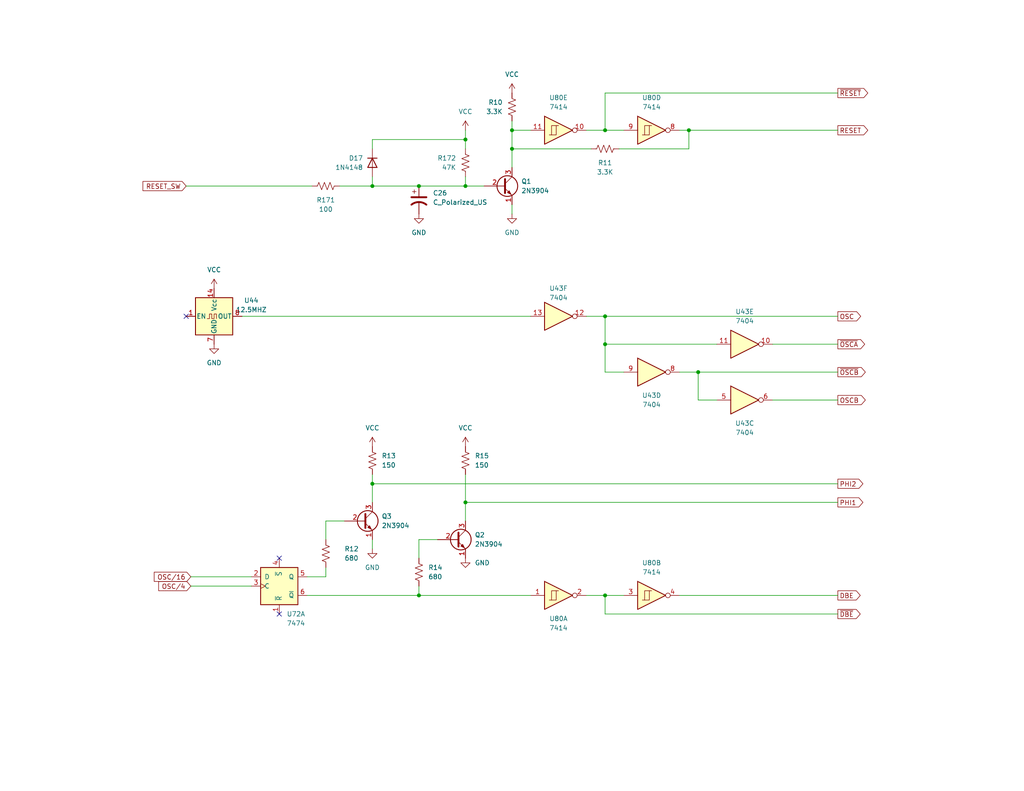
<source format=kicad_sch>
(kicad_sch (version 20230121) (generator eeschema)
  (paper "USLetter")
  (lib_symbols
    (symbol "74xx:74LS04"
      (property "Reference" "U" (at 0 1.27 0))
      (property "Value" "74LS04" (at 0 -1.27 0))
      (symbol "74LS04_1_0"
        (polyline (pts (xy -3.81 3.81) (xy -3.81 -3.81) (xy 3.81 0) (xy -3.81 3.81)) (stroke (width 0.254)) (fill (type background)))
        (pin input line (at -7.62 0 0) (length 3.81) (name "~") (number "1"))
        (pin output inverted (at 7.62 0 180) (length 3.81) (name "~") (number "2"))
      )
      (symbol "74LS04_2_0"
        (polyline (pts (xy -3.81 3.81) (xy -3.81 -3.81) (xy 3.81 0) (xy -3.81 3.81)) (stroke (width 0.254)) (fill (type background)))
        (pin input line (at -7.62 0 0) (length 3.81) (name "~") (number "3"))
        (pin output inverted (at 7.62 0 180) (length 3.81) (name "~") (number "4"))
      )
      (symbol "74LS04_3_0"
        (polyline (pts (xy -3.81 3.81) (xy -3.81 -3.81) (xy 3.81 0) (xy -3.81 3.81)) (stroke (width 0.254)) (fill (type background)))
        (pin input line (at -7.62 0 0) (length 3.81) (name "~") (number "5"))
        (pin output inverted (at 7.62 0 180) (length 3.81) (name "~") (number "6"))
      )
      (symbol "74LS04_4_0"
        (polyline (pts (xy -3.81 3.81) (xy -3.81 -3.81) (xy 3.81 0) (xy -3.81 3.81)) (stroke (width 0.254)) (fill (type background)))
        (pin output inverted (at 7.62 0 180) (length 3.81) (name "~") (number "8"))
        (pin input line (at -7.62 0 0) (length 3.81) (name "~") (number "9"))
      )
      (symbol "74LS04_5_0"
        (polyline (pts (xy -3.81 3.81) (xy -3.81 -3.81) (xy 3.81 0) (xy -3.81 3.81)) (stroke (width 0.254)) (fill (type background)))
        (pin output inverted (at 7.62 0 180) (length 3.81) (name "~") (number "10"))
        (pin input line (at -7.62 0 0) (length 3.81) (name "~") (number "11"))
      )
      (symbol "74LS04_6_0"
        (polyline (pts (xy -3.81 3.81) (xy -3.81 -3.81) (xy 3.81 0) (xy -3.81 3.81)) (stroke (width 0.254)) (fill (type background)))
        (pin output inverted (at 7.62 0 180) (length 3.81) (name "~") (number "12"))
        (pin input line (at -7.62 0 0) (length 3.81) (name "~") (number "13"))
      )
      (symbol "74LS04_7_0"
        (pin power_in line (at 0 12.7 270) (length 5.08) (name "VCC") (number "14"))
        (pin power_in line (at 0 -12.7 90) (length 5.08) (name "GND") (number "7"))
      )
      (symbol "74LS04_7_1"
        (rectangle (start -5.08 7.62) (end 5.08 -7.62) (stroke (width 0.254)) (fill (type background)))
      )
    )
    (symbol "74xx:74LS14" (pin_names (offset 1.016))
      (property "Reference" "U" (at 0 1.27 0))
      (property "Value" "74LS14" (at 0 -1.27 0))
      (symbol "74LS14_1_0"
        (polyline (pts (xy -3.81 3.81) (xy -3.81 -3.81) (xy 3.81 0) (xy -3.81 3.81)) (stroke (width 0.254)) (fill (type background)))
        (pin input line (at -7.62 0 0) (length 3.81) (name "~") (number "1"))
        (pin output inverted (at 7.62 0 180) (length 3.81) (name "~") (number "2"))
      )
      (symbol "74LS14_1_1"
        (polyline (pts (xy -1.905 -1.27) (xy -1.905 1.27) (xy -0.635 1.27)))
        (polyline (pts (xy -2.54 -1.27) (xy -0.635 -1.27) (xy -0.635 1.27) (xy 0 1.27)))
      )
      (symbol "74LS14_2_0"
        (polyline (pts (xy -3.81 3.81) (xy -3.81 -3.81) (xy 3.81 0) (xy -3.81 3.81)) (stroke (width 0.254)) (fill (type background)))
        (pin input line (at -7.62 0 0) (length 3.81) (name "~") (number "3"))
        (pin output inverted (at 7.62 0 180) (length 3.81) (name "~") (number "4"))
      )
      (symbol "74LS14_2_1"
        (polyline (pts (xy -1.905 -1.27) (xy -1.905 1.27) (xy -0.635 1.27)))
        (polyline (pts (xy -2.54 -1.27) (xy -0.635 -1.27) (xy -0.635 1.27) (xy 0 1.27)))
      )
      (symbol "74LS14_3_0"
        (polyline (pts (xy -3.81 3.81) (xy -3.81 -3.81) (xy 3.81 0) (xy -3.81 3.81)) (stroke (width 0.254)) (fill (type background)))
        (pin input line (at -7.62 0 0) (length 3.81) (name "~") (number "5"))
        (pin output inverted (at 7.62 0 180) (length 3.81) (name "~") (number "6"))
      )
      (symbol "74LS14_3_1"
        (polyline (pts (xy -1.905 -1.27) (xy -1.905 1.27) (xy -0.635 1.27)))
        (polyline (pts (xy -2.54 -1.27) (xy -0.635 -1.27) (xy -0.635 1.27) (xy 0 1.27)))
      )
      (symbol "74LS14_4_0"
        (polyline (pts (xy -3.81 3.81) (xy -3.81 -3.81) (xy 3.81 0) (xy -3.81 3.81)) (stroke (width 0.254)) (fill (type background)))
        (pin output inverted (at 7.62 0 180) (length 3.81) (name "~") (number "8"))
        (pin input line (at -7.62 0 0) (length 3.81) (name "~") (number "9"))
      )
      (symbol "74LS14_4_1"
        (polyline (pts (xy -1.905 -1.27) (xy -1.905 1.27) (xy -0.635 1.27)))
        (polyline (pts (xy -2.54 -1.27) (xy -0.635 -1.27) (xy -0.635 1.27) (xy 0 1.27)))
      )
      (symbol "74LS14_5_0"
        (polyline (pts (xy -3.81 3.81) (xy -3.81 -3.81) (xy 3.81 0) (xy -3.81 3.81)) (stroke (width 0.254)) (fill (type background)))
        (pin output inverted (at 7.62 0 180) (length 3.81) (name "~") (number "10"))
        (pin input line (at -7.62 0 0) (length 3.81) (name "~") (number "11"))
      )
      (symbol "74LS14_5_1"
        (polyline (pts (xy -1.905 -1.27) (xy -1.905 1.27) (xy -0.635 1.27)))
        (polyline (pts (xy -2.54 -1.27) (xy -0.635 -1.27) (xy -0.635 1.27) (xy 0 1.27)))
      )
      (symbol "74LS14_6_0"
        (polyline (pts (xy -3.81 3.81) (xy -3.81 -3.81) (xy 3.81 0) (xy -3.81 3.81)) (stroke (width 0.254)) (fill (type background)))
        (pin output inverted (at 7.62 0 180) (length 3.81) (name "~") (number "12"))
        (pin input line (at -7.62 0 0) (length 3.81) (name "~") (number "13"))
      )
      (symbol "74LS14_6_1"
        (polyline (pts (xy -1.905 -1.27) (xy -1.905 1.27) (xy -0.635 1.27)))
        (polyline (pts (xy -2.54 -1.27) (xy -0.635 -1.27) (xy -0.635 1.27) (xy 0 1.27)))
      )
      (symbol "74LS14_7_0"
        (pin power_in line (at 0 12.7 270) (length 5.08) (name "VCC") (number "14"))
        (pin power_in line (at 0 -12.7 90) (length 5.08) (name "GND") (number "7"))
      )
      (symbol "74LS14_7_1"
        (rectangle (start -5.08 7.62) (end 5.08 -7.62) (stroke (width 0.254)) (fill (type background)))
      )
    )
    (symbol "74xx:74LS74" (pin_names (offset 1.016))
      (property "Reference" "U" (at -7.62 8.89 0))
      (property "Value" "74LS74" (at -7.62 -8.89 0))
      (symbol "74LS74_1_0"
        (pin input line (at 0 -7.62 90) (length 2.54) (name "~{R}") (number "1"))
        (pin input line (at -7.62 2.54 0) (length 2.54) (name "D") (number "2"))
        (pin input clock (at -7.62 0 0) (length 2.54) (name "C") (number "3"))
        (pin input line (at 0 7.62 270) (length 2.54) (name "~{S}") (number "4"))
        (pin output line (at 7.62 2.54 180) (length 2.54) (name "Q") (number "5"))
        (pin output line (at 7.62 -2.54 180) (length 2.54) (name "~{Q}") (number "6"))
      )
      (symbol "74LS74_1_1"
        (rectangle (start -5.08 5.08) (end 5.08 -5.08) (stroke (width 0.254)) (fill (type background)))
      )
      (symbol "74LS74_2_0"
        (pin input line (at 0 7.62 270) (length 2.54) (name "~{S}") (number "10"))
        (pin input clock (at -7.62 0 0) (length 2.54) (name "C") (number "11"))
        (pin input line (at -7.62 2.54 0) (length 2.54) (name "D") (number "12"))
        (pin input line (at 0 -7.62 90) (length 2.54) (name "~{R}") (number "13"))
        (pin output line (at 7.62 -2.54 180) (length 2.54) (name "~{Q}") (number "8"))
        (pin output line (at 7.62 2.54 180) (length 2.54) (name "Q") (number "9"))
      )
      (symbol "74LS74_2_1"
        (rectangle (start -5.08 5.08) (end 5.08 -5.08) (stroke (width 0.254)) (fill (type background)))
      )
      (symbol "74LS74_3_0"
        (pin power_in line (at 0 10.16 270) (length 2.54) (name "VCC") (number "14"))
        (pin power_in line (at 0 -10.16 90) (length 2.54) (name "GND") (number "7"))
      )
      (symbol "74LS74_3_1"
        (rectangle (start -5.08 7.62) (end 5.08 -7.62) (stroke (width 0.254)) (fill (type background)))
      )
    )
    (symbol "Device:C_Polarized_US" (pin_numbers hide) (pin_names (offset 0.254) hide)
      (property "Reference" "C" (at 0.635 2.54 0))
      (property "Value" "C_Polarized_US" (at 0.635 -2.54 0))
      (symbol "C_Polarized_US_0_1"
        (polyline (pts (xy -2.032 0.762) (xy 2.032 0.762)) (stroke (width 0.508)))
        (polyline (pts (xy -1.778 2.286) (xy -0.762 2.286)))
        (polyline (pts (xy -1.27 1.778) (xy -1.27 2.794)))
        (arc (start 2.032 -1.27) (mid 0 -0.5572) (end -2.032 -1.27) (stroke (width 0.508)))
      )
      (symbol "C_Polarized_US_1_1"
        (pin passive line (at 0 3.81 270) (length 2.794) (name "~") (number "1"))
        (pin passive line (at 0 -3.81 90) (length 3.302) (name "~") (number "2"))
      )
    )
    (symbol "Device:R_US" (pin_numbers hide) (pin_names (offset 0))
      (property "Reference" "R" (at 2.54 0 90))
      (property "Value" "R_US" (at -2.54 0 90))
      (symbol "R_US_0_1"
        (polyline (pts (xy 0 -2.286) (xy 0 -2.54)))
        (polyline (pts (xy 0 2.286) (xy 0 2.54)))
        (polyline (pts (xy 0 -0.762) (xy 1.016 -1.143) (xy 0 -1.524) (xy -1.016 -1.905) (xy 0 -2.286)))
        (polyline (pts (xy 0 0.762) (xy 1.016 0.381) (xy 0 0) (xy -1.016 -0.381) (xy 0 -0.762)))
        (polyline (pts (xy 0 2.286) (xy 1.016 1.905) (xy 0 1.524) (xy -1.016 1.143) (xy 0 0.762)))
      )
      (symbol "R_US_1_1"
        (pin passive line (at 0 3.81 270) (length 1.27) (name "~") (number "1"))
        (pin passive line (at 0 -3.81 90) (length 1.27) (name "~") (number "2"))
      )
    )
    (symbol "Diode:1N4148" (pin_numbers hide) (pin_names (offset 1.016) hide)
      (property "Reference" "D" (at 0 2.54 0))
      (property "Value" "1N4148" (at 0 -2.54 0))
      (symbol "1N4148_0_1"
        (polyline (pts (xy -1.27 1.27) (xy -1.27 -1.27)) (stroke (width 0.254)))
        (polyline (pts (xy 1.27 0) (xy -1.27 0)))
        (polyline (pts (xy 1.27 1.27) (xy 1.27 -1.27) (xy -1.27 0) (xy 1.27 1.27)) (stroke (width 0.254)))
      )
      (symbol "1N4148_1_1"
        (pin passive line (at -3.81 0 0) (length 2.54) (name "K") (number "1"))
        (pin passive line (at 3.81 0 180) (length 2.54) (name "A") (number "2"))
      )
    )
    (symbol "Oscillator:CXO_DIP14" (pin_names (offset 0.254))
      (property "Reference" "X" (at -5.08 6.35 0))
      (property "Value" "CXO_DIP14" (at 1.27 -6.35 0))
      (symbol "CXO_DIP14_0_1"
        (rectangle (start -5.08 5.08) (end 5.08 -5.08) (stroke (width 0.254)) (fill (type background)))
        (polyline (pts (xy -1.905 -0.635) (xy -1.27 -0.635) (xy -1.27 0.635) (xy -0.635 0.635) (xy -0.635 -0.635) (xy 0 -0.635) (xy 0 0.635) (xy 0.635 0.635) (xy 0.635 -0.635)))
      )
      (symbol "CXO_DIP14_1_1"
        (pin input line (at -7.62 0 0) (length 2.54) (name "EN") (number "1"))
        (pin power_in line (at 0 7.62 270) (length 2.54) (name "Vcc") (number "14"))
        (pin power_in line (at 0 -7.62 90) (length 2.54) (name "GND") (number "7"))
        (pin output line (at 7.62 0 180) (length 2.54) (name "OUT") (number "8"))
      )
    )
    (symbol "Transistor_BJT:2N3904" (pin_names (offset 0) hide)
      (property "Reference" "Q" (at 5.08 1.905 0))
      (property "Value" "2N3904" (at 5.08 0 0))
      (symbol "2N3904_0_1"
        (polyline (pts (xy 0.635 0.635) (xy 2.54 2.54)))
        (polyline (pts (xy 0.635 -0.635) (xy 2.54 -2.54) (xy 2.54 -2.54)))
        (polyline (pts (xy 0.635 1.905) (xy 0.635 -1.905) (xy 0.635 -1.905)) (stroke (width 0.508)))
        (polyline (pts (xy 1.27 -1.778) (xy 1.778 -1.27) (xy 2.286 -2.286) (xy 1.27 -1.778) (xy 1.27 -1.778)) (fill (type outline)))
        (circle (center 1.27 0) (radius 2.8194) (stroke (width 0.254)))
      )
      (symbol "2N3904_1_1"
        (pin passive line (at 2.54 -5.08 90) (length 2.54) (name "E") (number "1"))
        (pin passive line (at -5.08 0 0) (length 5.715) (name "B") (number "2"))
        (pin passive line (at 2.54 5.08 270) (length 2.54) (name "C") (number "3"))
      )
    )
    (symbol "power:GND" (power) (pin_names (offset 0))
      (property "Value" "GND" (at 0 -3.81 0))
      (symbol "GND_0_1"
        (polyline (pts (xy 0 0) (xy 0 -1.27) (xy 1.27 -1.27) (xy 0 -2.54) (xy -1.27 -1.27) (xy 0 -1.27)))
      )
      (symbol "GND_1_1"
        (pin power_in line (at 0 0 270) (length 0) hide (name "GND") (number "1"))
      )
    )
    (symbol "power:VCC" (power) (pin_names (offset 0))
      (property "Value" "VCC" (at 0 3.81 0))
      (symbol "VCC_0_1"
        (polyline (pts (xy -0.762 1.27) (xy 0 2.54)))
        (polyline (pts (xy 0 0) (xy 0 2.54)))
        (polyline (pts (xy 0 2.54) (xy 0.762 1.27)))
      )
      (symbol "VCC_1_1"
        (pin power_in line (at 0 0 90) (length 0) hide (name "VCC") (number "1"))
      )
    )
  )
  (junction (at 187.96 35.56))
  (junction (at 139.7 35.56))
  (junction (at 127 38.1))
  (junction (at 114.3 50.8))
  (junction (at 165.1 35.56))
  (junction (at 139.7 40.64))
  (junction (at 190.5 101.6))
  (junction (at 127 137.16))
  (junction (at 165.1 86.36))
  (junction (at 114.3 162.56))
  (junction (at 101.6 50.8))
  (junction (at 165.1 162.56))
  (junction (at 101.6 132.08))
  (junction (at 165.1 93.98))
  (junction (at 127 50.8))
  (no_connect (at 76.2 167.64))
  (no_connect (at 50.8 86.36))
  (no_connect (at 76.2 152.4))
  (wire (pts (xy 101.6 38.1) (xy 127 38.1)))
  (wire (pts (xy 101.6 48.26) (xy 101.6 50.8)))
  (wire (pts (xy 168.91 40.64) (xy 187.96 40.64)))
  (wire (pts (xy 165.1 93.98) (xy 195.58 93.98)))
  (wire (pts (xy 165.1 86.36) (xy 228.6 86.36)))
  (wire (pts (xy 165.1 167.64) (xy 165.1 162.56)))
  (wire (pts (xy 139.7 58.42) (xy 139.7 55.88)))
  (wire (pts (xy 92.71 50.8) (xy 101.6 50.8)))
  (wire (pts (xy 160.02 35.56) (xy 165.1 35.56)))
  (wire (pts (xy 228.6 109.22) (xy 210.82 109.22)))
  (wire (pts (xy 114.3 162.56) (xy 114.3 160.02)))
  (wire (pts (xy 52.07 157.48) (xy 68.58 157.48)))
  (wire (pts (xy 228.6 167.64) (xy 165.1 167.64)))
  (wire (pts (xy 127 129.54) (xy 127 137.16)))
  (wire (pts (xy 101.6 132.08) (xy 101.6 137.16)))
  (wire (pts (xy 119.38 147.32) (xy 114.3 147.32)))
  (wire (pts (xy 101.6 132.08) (xy 228.6 132.08)))
  (wire (pts (xy 127 137.16) (xy 127 142.24)))
  (wire (pts (xy 50.8 50.8) (xy 85.09 50.8)))
  (wire (pts (xy 144.78 86.36) (xy 66.04 86.36)))
  (wire (pts (xy 139.7 45.72) (xy 139.7 40.64)))
  (wire (pts (xy 165.1 93.98) (xy 165.1 101.6)))
  (wire (pts (xy 88.9 142.24) (xy 93.98 142.24)))
  (wire (pts (xy 190.5 101.6) (xy 185.42 101.6)))
  (wire (pts (xy 127 48.26) (xy 127 50.8)))
  (wire (pts (xy 139.7 40.64) (xy 161.29 40.64)))
  (wire (pts (xy 114.3 162.56) (xy 144.78 162.56)))
  (wire (pts (xy 114.3 50.8) (xy 101.6 50.8)))
  (wire (pts (xy 88.9 142.24) (xy 88.9 147.32)))
  (wire (pts (xy 170.18 162.56) (xy 165.1 162.56)))
  (wire (pts (xy 127 35.56) (xy 127 38.1)))
  (wire (pts (xy 114.3 50.8) (xy 127 50.8)))
  (wire (pts (xy 101.6 129.54) (xy 101.6 132.08)))
  (wire (pts (xy 114.3 147.32) (xy 114.3 152.4)))
  (wire (pts (xy 228.6 137.16) (xy 127 137.16)))
  (wire (pts (xy 101.6 147.32) (xy 101.6 149.86)))
  (wire (pts (xy 139.7 35.56) (xy 139.7 40.64)))
  (wire (pts (xy 144.78 35.56) (xy 139.7 35.56)))
  (wire (pts (xy 139.7 33.02) (xy 139.7 35.56)))
  (wire (pts (xy 228.6 101.6) (xy 190.5 101.6)))
  (wire (pts (xy 187.96 40.64) (xy 187.96 35.56)))
  (wire (pts (xy 187.96 35.56) (xy 185.42 35.56)))
  (wire (pts (xy 228.6 162.56) (xy 185.42 162.56)))
  (wire (pts (xy 187.96 35.56) (xy 228.6 35.56)))
  (wire (pts (xy 127 50.8) (xy 132.08 50.8)))
  (wire (pts (xy 165.1 35.56) (xy 170.18 35.56)))
  (wire (pts (xy 165.1 86.36) (xy 165.1 93.98)))
  (wire (pts (xy 195.58 109.22) (xy 190.5 109.22)))
  (wire (pts (xy 160.02 162.56) (xy 165.1 162.56)))
  (wire (pts (xy 165.1 35.56) (xy 165.1 25.4)))
  (wire (pts (xy 160.02 86.36) (xy 165.1 86.36)))
  (wire (pts (xy 190.5 109.22) (xy 190.5 101.6)))
  (wire (pts (xy 228.6 93.98) (xy 210.82 93.98)))
  (wire (pts (xy 52.07 160.02) (xy 68.58 160.02)))
  (wire (pts (xy 83.82 162.56) (xy 114.3 162.56)))
  (wire (pts (xy 88.9 157.48) (xy 88.9 154.94)))
  (wire (pts (xy 165.1 25.4) (xy 228.6 25.4)))
  (wire (pts (xy 101.6 38.1) (xy 101.6 40.64)))
  (wire (pts (xy 88.9 157.48) (xy 83.82 157.48)))
  (wire (pts (xy 127 38.1) (xy 127 40.64)))
  (wire (pts (xy 165.1 101.6) (xy 170.18 101.6)))
  (global_label "~{RESET}" (shape output) (at 228.6 25.4 0) (property "Intersheetrefs" "${INTERSHEET_REFS}" (effects hide)))
  (global_label "OSCB" (shape output) (at 228.6 109.22 0) (property "Intersheetrefs" "${INTERSHEET_REFS}" (effects hide)))
  (global_label "PHI1" (shape output) (at 228.6 137.16 0) (property "Intersheetrefs" "${INTERSHEET_REFS}" (effects hide)))
  (global_label "~{DBE}" (shape output) (at 228.6 167.64 0) (property "Intersheetrefs" "${INTERSHEET_REFS}" (effects hide)))
  (global_label "~{OSCB}" (shape output) (at 228.6 101.6 0) (property "Intersheetrefs" "${INTERSHEET_REFS}" (effects hide)))
  (global_label "DBE" (shape output) (at 228.6 162.56 0) (property "Intersheetrefs" "${INTERSHEET_REFS}" (effects hide)))
  (global_label "OSC{slash}16" (shape input) (at 52.07 157.48 180) (property "Intersheetrefs" "${INTERSHEET_REFS}" (effects hide)))
  (global_label "RESET_SW" (shape input) (at 50.8 50.8 180) (property "Intersheetrefs" "${INTERSHEET_REFS}" (effects hide)))
  (global_label "OSC{slash}4" (shape input) (at 52.07 160.02 180) (property "Intersheetrefs" "${INTERSHEET_REFS}" (effects hide)))
  (global_label "RESET" (shape output) (at 228.6 35.56 0) (property "Intersheetrefs" "${INTERSHEET_REFS}" (effects hide)))
  (global_label "PHI2" (shape output) (at 228.6 132.08 0) (property "Intersheetrefs" "${INTERSHEET_REFS}" (effects hide)))
  (global_label "OSC" (shape output) (at 228.6 86.36 0) (property "Intersheetrefs" "${INTERSHEET_REFS}" (effects hide)))
  (global_label "~{OSCA}" (shape output) (at 228.6 93.98 0) (property "Intersheetrefs" "${INTERSHEET_REFS}" (effects hide)))
  (symbol (lib_id "power:GND") (at 114.3 58.42 0) (unit 1)
    (property "Reference" "#PWR0272" (effects hide))
    (property "Value" "GND" (at 114.3 63.5 0))
  )
  (symbol (lib_id "Oscillator:CXO_DIP14") (at 58.42 86.36 0) (unit 1)
    (property "Reference" "U44" (at 68.58 82.0293 0))
    (property "Value" "12.5MHZ" (at 68.58 84.5693 0))
    (property "Footprint" "Oscillator:Oscillator_DIP-14" (effects hide))
    (property "Datasheet" "http://cdn-reichelt.de/documents/datenblatt/B400/OSZI.pdf" (effects hide))
  )
  (symbol (lib_id "Device:R_US") (at 139.7 29.21 0) (unit 1)
    (property "Reference" "R10" (at 137.16 27.9399 0) (effects (justify right)))
    (property "Value" "3.3K" (at 137.16 30.4799 0) (effects (justify right)))
    (property "Footprint" "Resistor_THT:R_Axial_DIN0309_L9.0mm_D3.2mm_P12.70mm_Horizontal" (effects hide))
  )
  (symbol (lib_id "Device:R_US") (at 88.9 50.8 270) (unit 1)
    (property "Reference" "R171" (at 88.9 54.61 90))
    (property "Value" "100" (at 88.9 57.15 90))
    (property "Footprint" "Resistor_THT:R_Axial_DIN0309_L9.0mm_D3.2mm_P12.70mm_Horizontal" (effects hide))
  )
  (symbol (lib_id "power:GND") (at 139.7 58.42 0) (unit 1)
    (property "Reference" "#PWR0270" (effects hide))
    (property "Value" "GND" (at 139.7 63.5 0))
  )
  (symbol (lib_id "74xx:74LS14") (at 177.8 35.56 0) (unit 4)
    (property "Reference" "U80" (at 177.8 26.67 0))
    (property "Value" "7414" (at 177.8 29.21 0))
    (property "Footprint" "Package_DIP:DIP-14_W7.62mm" (effects hide))
    (property "Datasheet" "http://www.ti.com/lit/gpn/sn74LS14" (effects hide))
  )
  (symbol (lib_id "Device:R_US") (at 101.6 125.73 0) (unit 1)
    (property "Reference" "R13" (at 104.14 124.4599 0) (effects (justify left)))
    (property "Value" "150" (at 104.14 126.9999 0) (effects (justify left)))
    (property "Footprint" "Resistor_THT:R_Axial_DIN0309_L9.0mm_D3.2mm_P12.70mm_Horizontal" (effects hide))
  )
  (symbol (lib_id "Device:R_US") (at 165.1 40.64 270) (unit 1)
    (property "Reference" "R11" (at 165.1 44.45 90))
    (property "Value" "3.3K" (at 165.1 46.99 90))
    (property "Footprint" "Resistor_THT:R_Axial_DIN0309_L9.0mm_D3.2mm_P12.70mm_Horizontal" (effects hide))
  )
  (symbol (lib_id "power:VCC") (at 127 35.56 0) (unit 1)
    (property "Reference" "#PWR0269" (effects hide))
    (property "Value" "VCC" (at 127 30.48 0))
  )
  (symbol (lib_id "power:VCC") (at 101.6 121.92 0) (unit 1)
    (property "Reference" "#PWR0246" (effects hide))
    (property "Value" "VCC" (at 101.6 116.84 0))
  )
  (symbol (lib_id "power:GND") (at 58.42 93.98 0) (unit 1)
    (property "Reference" "#PWR0290" (effects hide))
    (property "Value" "GND" (at 58.42 99.06 0))
    (instances (project "mainboard" (path "" (reference "#PWR0290") (unit 1)) (path "" (reference "#PWR0192") (unit 1))))
  )
  (symbol (lib_id "power:GND") (at 101.6 149.86 0) (unit 1)
    (property "Reference" "#PWR0236" (effects hide))
    (property "Value" "GND" (at 101.6 154.94 0))
  )
  (symbol (lib_id "power:VCC") (at 58.42 78.74 0) (unit 1)
    (property "Reference" "#PWR0289" (effects hide))
    (property "Value" "VCC" (at 58.42 73.66 0))
    (instances (project "mainboard" (path "" (reference "#PWR0289") (unit 1)) (path "" (reference "#PWR0184") (unit 1))))
  )
  (symbol (lib_id "Transistor_BJT:2N3904") (at 124.46 147.32 0) (unit 1)
    (property "Reference" "Q2" (at 129.54 146.0499 0) (effects (justify left)))
    (property "Value" "2N3904" (at 129.54 148.5899 0) (effects (justify left)))
    (property "Footprint" "Package_TO_SOT_THT:TO-92_Inline" (effects hide))
    (property "Datasheet" "https://www.onsemi.com/pub/Collateral/2N3903-D.PDF" (effects hide))
  )
  (symbol (lib_id "74xx:74LS74") (at 76.2 160.02 0) (unit 1)
    (property "Reference" "U72" (at 78.2194 167.64 0) (effects (justify left)))
    (property "Value" "7474" (at 78.2194 170.18 0) (effects (justify left)))
    (property "Footprint" "Package_DIP:DIP-14_W7.62mm" (effects hide))
    (property "Datasheet" "https://www.ti.com/lit/ds/symlink/sn74ls74a.pdf" (effects hide))
  )
  (symbol (lib_id "74xx:74LS04") (at 177.8 101.6 0) (unit 4)
    (property "Reference" "U43" (at 177.8 107.95 0))
    (property "Value" "7404" (at 177.8 110.49 0))
    (property "Footprint" "Package_DIP:DIP-14_W7.62mm" (effects hide))
    (property "Datasheet" "http://www.ti.com/lit/gpn/sn74LS04" (effects hide))
  )
  (symbol (lib_id "74xx:74LS14") (at 152.4 35.56 0) (unit 5)
    (property "Reference" "U80" (at 152.4 26.67 0))
    (property "Value" "7414" (at 152.4 29.21 0))
    (property "Footprint" "Package_DIP:DIP-14_W7.62mm" (effects hide))
    (property "Datasheet" "http://www.ti.com/lit/gpn/sn74LS14" (effects hide))
  )
  (symbol (lib_id "74xx:74LS14") (at 152.4 162.56 0) (unit 1)
    (property "Reference" "U80" (at 152.4 168.91 0))
    (property "Value" "7414" (at 152.4 171.45 0))
    (property "Footprint" "Package_DIP:DIP-14_W7.62mm" (effects hide))
    (property "Datasheet" "http://www.ti.com/lit/gpn/sn74LS14" (effects hide))
  )
  (symbol (lib_id "74xx:74LS14") (at 177.8 162.56 0) (unit 2)
    (property "Reference" "U80" (at 177.8 153.67 0))
    (property "Value" "7414" (at 177.8 156.21 0))
    (property "Footprint" "Package_DIP:DIP-14_W7.62mm" (effects hide))
    (property "Datasheet" "http://www.ti.com/lit/gpn/sn74LS14" (effects hide))
  )
  (symbol (lib_id "74xx:74LS04") (at 152.4 86.36 0) (unit 6)
    (property "Reference" "U43" (at 152.4 78.74 0))
    (property "Value" "7404" (at 152.4 81.28 0))
    (property "Footprint" "Package_DIP:DIP-14_W7.62mm" (effects hide))
    (property "Datasheet" "http://www.ti.com/lit/gpn/sn74LS04" (effects hide))
  )
  (symbol (lib_id "Transistor_BJT:2N3904") (at 99.06 142.24 0) (unit 1)
    (property "Reference" "Q3" (at 104.14 140.9699 0) (effects (justify left)))
    (property "Value" "2N3904" (at 104.14 143.5099 0) (effects (justify left)))
    (property "Footprint" "Package_TO_SOT_THT:TO-92_Inline" (effects hide))
    (property "Datasheet" "https://www.onsemi.com/pub/Collateral/2N3903-D.PDF" (effects hide))
  )
  (symbol (lib_id "Device:R_US") (at 127 44.45 180) (unit 1)
    (property "Reference" "R172" (at 124.46 43.1799 0) (effects (justify left)))
    (property "Value" "47K" (at 124.46 45.7199 0) (effects (justify left)))
    (property "Footprint" "Resistor_THT:R_Axial_DIN0309_L9.0mm_D3.2mm_P12.70mm_Horizontal" (effects hide))
  )
  (symbol (lib_id "74xx:74LS04") (at 203.2 93.98 0) (unit 5)
    (property "Reference" "U43" (at 203.2 85.09 0))
    (property "Value" "7404" (at 203.2 87.63 0))
    (property "Footprint" "Package_DIP:DIP-14_W7.62mm" (effects hide))
    (property "Datasheet" "http://www.ti.com/lit/gpn/sn74LS04" (effects hide))
  )
  (symbol (lib_id "power:GND") (at 127 152.4 0) (unit 1)
    (property "Reference" "#PWR0238" (effects hide))
    (property "Value" "GND" (at 129.54 153.6699 0) (effects (justify left)))
  )
  (symbol (lib_id "Device:R_US") (at 114.3 156.21 0) (unit 1)
    (property "Reference" "R14" (at 116.84 154.9399 0) (effects (justify left)))
    (property "Value" "680" (at 116.84 157.4799 0) (effects (justify left)))
    (property "Footprint" "Resistor_THT:R_Axial_DIN0309_L9.0mm_D3.2mm_P12.70mm_Horizontal" (effects hide))
  )
  (symbol (lib_id "power:VCC") (at 127 121.92 0) (unit 1)
    (property "Reference" "#PWR0247" (effects hide))
    (property "Value" "VCC" (at 127 116.84 0))
  )
  (symbol (lib_id "Device:R_US") (at 88.9 151.13 0) (unit 1)
    (property "Reference" "R12" (at 93.98 149.8599 0) (effects (justify left)))
    (property "Value" "680" (at 93.98 152.3999 0) (effects (justify left)))
    (property "Footprint" "Resistor_THT:R_Axial_DIN0309_L9.0mm_D3.2mm_P12.70mm_Horizontal" (effects hide))
  )
  (symbol (lib_id "power:VCC") (at 139.7 25.4 0) (unit 1)
    (property "Reference" "#PWR0242" (effects hide))
    (property "Value" "VCC" (at 139.7 20.32 0))
  )
  (symbol (lib_id "Device:C_Polarized_US") (at 114.3 54.61 0) (unit 1)
    (property "Reference" "C26" (at 118.11 52.7049 0) (effects (justify left)))
    (property "Value" "C_Polarized_US" (at 118.11 55.2449 0) (effects (justify left)))
    (property "Footprint" "Capacitor_THT:CP_Axial_L18.0mm_D10.0mm_P25.00mm_Horizontal" (effects hide))
  )
  (symbol (lib_id "74xx:74LS04") (at 203.2 109.22 0) (unit 3)
    (property "Reference" "U43" (at 203.2 115.57 0))
    (property "Value" "7404" (at 203.2 118.11 0))
    (property "Footprint" "Package_DIP:DIP-14_W7.62mm" (effects hide))
    (property "Datasheet" "http://www.ti.com/lit/gpn/sn74LS04" (effects hide))
  )
  (symbol (lib_id "Transistor_BJT:2N3904") (at 137.16 50.8 0) (unit 1)
    (property "Reference" "Q1" (at 142.24 49.5299 0) (effects (justify left)))
    (property "Value" "2N3904" (at 142.24 52.0699 0) (effects (justify left)))
    (property "Footprint" "Package_TO_SOT_THT:TO-92_Inline" (effects hide))
    (property "Datasheet" "https://www.onsemi.com/pub/Collateral/2N3903-D.PDF" (effects hide))
  )
  (symbol (lib_id "Diode:1N4148") (at 101.6 44.45 270) (unit 1)
    (property "Reference" "D17" (at 99.06 43.1799 90) (effects (justify right)))
    (property "Value" "1N4148" (at 99.06 45.7199 90) (effects (justify right)))
    (property "Footprint" "Diode_THT:D_DO-35_SOD27_P7.62mm_Horizontal" (effects hide))
    (property "Datasheet" "https://assets.nexperia.com/documents/data-sheet/1N4148_1N4448.pdf" (effects hide))
  )
  (symbol (lib_id "Device:R_US") (at 127 125.73 0) (unit 1)
    (property "Reference" "R15" (at 129.54 124.4599 0) (effects (justify left)))
    (property "Value" "150" (at 129.54 126.9999 0) (effects (justify left)))
    (property "Footprint" "Resistor_THT:R_Axial_DIN0309_L9.0mm_D3.2mm_P12.70mm_Horizontal" (effects hide))
  )
)
</source>
